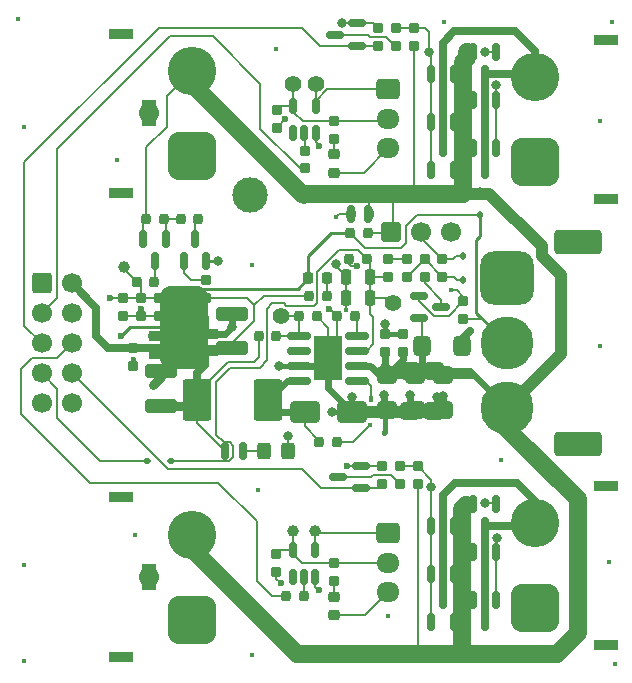
<source format=gbr>
%TF.GenerationSoftware,KiCad,Pcbnew,9.0.2*%
<<<<<<< HEAD
%TF.CreationDate,2025-06-18T19:59:33+02:00*%
=======
%TF.CreationDate,2025-06-17T18:04:30+02:00*%
>>>>>>> 2e23f7f8cb64151a60ec3d004f8241720292418e
%TF.ProjectId,Robobuoy-Sub-PSU-v2_1,526f626f-6275-46f7-992d-5375622d5053,2.0*%
%TF.SameCoordinates,Original*%
%TF.FileFunction,Copper,L1,Top*%
%TF.FilePolarity,Positive*%
%FSLAX46Y46*%
G04 Gerber Fmt 4.6, Leading zero omitted, Abs format (unit mm)*
<<<<<<< HEAD
G04 Created by KiCad (PCBNEW 9.0.2) date 2025-06-18 19:59:33*
=======
G04 Created by KiCad (PCBNEW 9.0.2) date 2025-06-17 18:04:30*
>>>>>>> 2e23f7f8cb64151a60ec3d004f8241720292418e
%MOMM*%
%LPD*%
G01*
G04 APERTURE LIST*
G04 Aperture macros list*
%AMRoundRect*
0 Rectangle with rounded corners*
0 $1 Rounding radius*
0 $2 $3 $4 $5 $6 $7 $8 $9 X,Y pos of 4 corners*
0 Add a 4 corners polygon primitive as box body*
4,1,4,$2,$3,$4,$5,$6,$7,$8,$9,$2,$3,0*
0 Add four circle primitives for the rounded corners*
1,1,$1+$1,$2,$3*
1,1,$1+$1,$4,$5*
1,1,$1+$1,$6,$7*
1,1,$1+$1,$8,$9*
0 Add four rect primitives between the rounded corners*
20,1,$1+$1,$2,$3,$4,$5,0*
20,1,$1+$1,$4,$5,$6,$7,0*
20,1,$1+$1,$6,$7,$8,$9,0*
20,1,$1+$1,$8,$9,$2,$3,0*%
G04 Aperture macros list end*
<<<<<<< HEAD
%TA.AperFunction,ComponentPad*%
%ADD10R,2.000000X0.900000*%
%TD*%
%TA.AperFunction,ComponentPad*%
%ADD11RoundRect,1.025000X1.025000X-1.025000X1.025000X1.025000X-1.025000X1.025000X-1.025000X-1.025000X0*%
%TD*%
%TA.AperFunction,ComponentPad*%
%ADD12C,4.100000*%
%TD*%
%TA.AperFunction,ComponentPad*%
%ADD13R,1.300000X2.300000*%
%TD*%
%TA.AperFunction,ComponentPad*%
%ADD14RoundRect,1.025000X-1.025000X1.025000X-1.025000X-1.025000X1.025000X-1.025000X1.025000X1.025000X0*%
%TD*%
%TA.AperFunction,SMDPad,CuDef*%
%ADD15RoundRect,0.200000X0.200000X0.250000X-0.200000X0.250000X-0.200000X-0.250000X0.200000X-0.250000X0*%
%TD*%
%TA.AperFunction,SMDPad,CuDef*%
%ADD16RoundRect,0.200000X-0.250000X0.200000X-0.250000X-0.200000X0.250000X-0.200000X0.250000X0.200000X0*%
%TD*%
%TA.AperFunction,ComponentPad*%
%ADD17RoundRect,0.250000X-0.600000X-0.600000X0.600000X-0.600000X0.600000X0.600000X-0.600000X0.600000X0*%
%TD*%
%TA.AperFunction,ComponentPad*%
%ADD18C,1.700000*%
%TD*%
%TA.AperFunction,SMDPad,CuDef*%
%ADD19RoundRect,0.218750X0.256250X-0.218750X0.256250X0.218750X-0.256250X0.218750X-0.256250X-0.218750X0*%
%TD*%
%TA.AperFunction,SMDPad,CuDef*%
%ADD20RoundRect,0.150000X-0.150000X0.587500X-0.150000X-0.587500X0.150000X-0.587500X0.150000X0.587500X0*%
%TD*%
%TA.AperFunction,SMDPad,CuDef*%
%ADD21RoundRect,0.200000X0.250000X-0.200000X0.250000X0.200000X-0.250000X0.200000X-0.250000X-0.200000X0*%
%TD*%
%TA.AperFunction,SMDPad,CuDef*%
%ADD22RoundRect,0.250000X0.650000X-0.325000X0.650000X0.325000X-0.650000X0.325000X-0.650000X-0.325000X0*%
%TD*%
%TA.AperFunction,SMDPad,CuDef*%
%ADD23RoundRect,0.250000X-1.000000X-0.650000X1.000000X-0.650000X1.000000X0.650000X-1.000000X0.650000X0*%
%TD*%
%TA.AperFunction,SMDPad,CuDef*%
%ADD24RoundRect,0.150000X0.150000X-0.512500X0.150000X0.512500X-0.150000X0.512500X-0.150000X-0.512500X0*%
%TD*%
%TA.AperFunction,SMDPad,CuDef*%
%ADD25RoundRect,0.200000X-0.200000X-0.250000X0.200000X-0.250000X0.200000X0.250000X-0.200000X0.250000X0*%
%TD*%
%TA.AperFunction,ComponentPad*%
%ADD26RoundRect,0.250000X-0.725000X0.600000X-0.725000X-0.600000X0.725000X-0.600000X0.725000X0.600000X0*%
%TD*%
%TA.AperFunction,ComponentPad*%
%ADD27O,1.950000X1.700000*%
%TD*%
%TA.AperFunction,SMDPad,CuDef*%
%ADD28RoundRect,0.250000X-0.325000X-0.650000X0.325000X-0.650000X0.325000X0.650000X-0.325000X0.650000X0*%
%TD*%
%TA.AperFunction,SMDPad,CuDef*%
%ADD29RoundRect,0.112500X-0.112500X0.187500X-0.112500X-0.187500X0.112500X-0.187500X0.112500X0.187500X0*%
%TD*%
%TA.AperFunction,SMDPad,CuDef*%
%ADD30RoundRect,0.150000X0.150000X-0.587500X0.150000X0.587500X-0.150000X0.587500X-0.150000X-0.587500X0*%
%TD*%
%TA.AperFunction,SMDPad,CuDef*%
%ADD31RoundRect,0.112500X0.187500X0.112500X-0.187500X0.112500X-0.187500X-0.112500X0.187500X-0.112500X0*%
=======
%TA.AperFunction,SMDPad,CuDef*%
%ADD10RoundRect,0.200000X0.200000X0.250000X-0.200000X0.250000X-0.200000X-0.250000X0.200000X-0.250000X0*%
%TD*%
%TA.AperFunction,SMDPad,CuDef*%
%ADD11RoundRect,0.200000X-0.250000X0.200000X-0.250000X-0.200000X0.250000X-0.200000X0.250000X0.200000X0*%
%TD*%
%TA.AperFunction,ComponentPad*%
%ADD12RoundRect,0.250000X-0.600000X-0.600000X0.600000X-0.600000X0.600000X0.600000X-0.600000X0.600000X0*%
%TD*%
%TA.AperFunction,ComponentPad*%
%ADD13C,1.700000*%
%TD*%
%TA.AperFunction,SMDPad,CuDef*%
%ADD14RoundRect,0.218750X0.256250X-0.218750X0.256250X0.218750X-0.256250X0.218750X-0.256250X-0.218750X0*%
%TD*%
%TA.AperFunction,SMDPad,CuDef*%
%ADD15RoundRect,0.150000X-0.150000X0.587500X-0.150000X-0.587500X0.150000X-0.587500X0.150000X0.587500X0*%
%TD*%
%TA.AperFunction,SMDPad,CuDef*%
%ADD16RoundRect,0.200000X0.250000X-0.200000X0.250000X0.200000X-0.250000X0.200000X-0.250000X-0.200000X0*%
%TD*%
%TA.AperFunction,SMDPad,CuDef*%
%ADD17RoundRect,0.375000X0.475000X-0.375000X0.475000X0.375000X-0.475000X0.375000X-0.475000X-0.375000X0*%
%TD*%
%TA.AperFunction,SMDPad,CuDef*%
%ADD18RoundRect,0.250000X-1.000000X-0.650000X1.000000X-0.650000X1.000000X0.650000X-1.000000X0.650000X0*%
%TD*%
%TA.AperFunction,SMDPad,CuDef*%
%ADD19RoundRect,0.150000X0.150000X-0.512500X0.150000X0.512500X-0.150000X0.512500X-0.150000X-0.512500X0*%
%TD*%
%TA.AperFunction,SMDPad,CuDef*%
%ADD20RoundRect,0.200000X-0.200000X-0.250000X0.200000X-0.250000X0.200000X0.250000X-0.200000X0.250000X0*%
%TD*%
%TA.AperFunction,ComponentPad*%
%ADD21R,2.000000X0.900000*%
%TD*%
%TA.AperFunction,ComponentPad*%
%ADD22RoundRect,1.025000X1.025000X-1.025000X1.025000X1.025000X-1.025000X1.025000X-1.025000X-1.025000X0*%
%TD*%
%TA.AperFunction,ComponentPad*%
%ADD23C,4.100000*%
%TD*%
%TA.AperFunction,ComponentPad*%
%ADD24R,1.300000X2.300000*%
%TD*%
%TA.AperFunction,ComponentPad*%
%ADD25RoundRect,0.250000X-0.725000X0.600000X-0.725000X-0.600000X0.725000X-0.600000X0.725000X0.600000X0*%
%TD*%
%TA.AperFunction,ComponentPad*%
%ADD26O,1.950000X1.700000*%
%TD*%
%TA.AperFunction,SMDPad,CuDef*%
%ADD27RoundRect,0.375000X-0.375000X-0.475000X0.375000X-0.475000X0.375000X0.475000X-0.375000X0.475000X0*%
%TD*%
%TA.AperFunction,SMDPad,CuDef*%
%ADD28RoundRect,0.112500X-0.112500X0.187500X-0.112500X-0.187500X0.112500X-0.187500X0.112500X0.187500X0*%
%TD*%
%TA.AperFunction,SMDPad,CuDef*%
%ADD29RoundRect,0.150000X0.150000X-0.587500X0.150000X0.587500X-0.150000X0.587500X-0.150000X-0.587500X0*%
%TD*%
%TA.AperFunction,SMDPad,CuDef*%
%ADD30RoundRect,0.112500X0.187500X0.112500X-0.187500X0.112500X-0.187500X-0.112500X0.187500X-0.112500X0*%
%TD*%
%TA.AperFunction,ComponentPad*%
%ADD31RoundRect,1.025000X-1.025000X1.025000X-1.025000X-1.025000X1.025000X-1.025000X1.025000X1.025000X0*%
>>>>>>> 2e23f7f8cb64151a60ec3d004f8241720292418e
%TD*%
%TA.AperFunction,SMDPad,CuDef*%
%ADD32C,1.400000*%
%TD*%
%TA.AperFunction,ComponentPad*%
%ADD33C,3.000000*%
%TD*%
%TA.AperFunction,ComponentPad*%
%ADD34RoundRect,0.250000X-1.750000X0.750000X-1.750000X-0.750000X1.750000X-0.750000X1.750000X0.750000X0*%
%TD*%
%TA.AperFunction,ComponentPad*%
%ADD35RoundRect,1.125000X-1.125000X1.125000X-1.125000X-1.125000X1.125000X-1.125000X1.125000X1.125000X0*%
%TD*%
%TA.AperFunction,ComponentPad*%
%ADD36C,4.500000*%
%TD*%
%TA.AperFunction,SMDPad,CuDef*%
%ADD37RoundRect,0.225000X0.225000X0.425000X-0.225000X0.425000X-0.225000X-0.425000X0.225000X-0.425000X0*%
%TD*%
%TA.AperFunction,SMDPad,CuDef*%
%ADD38RoundRect,0.230769X0.969231X1.519231X-0.969231X1.519231X-0.969231X-1.519231X0.969231X-1.519231X0*%
%TD*%
%TA.AperFunction,SMDPad,CuDef*%
<<<<<<< HEAD
%ADD39RoundRect,0.250000X-0.650000X0.325000X-0.650000X-0.325000X0.650000X-0.325000X0.650000X0.325000X0*%
=======
%ADD39RoundRect,0.375000X-0.475000X0.375000X-0.475000X-0.375000X0.475000X-0.375000X0.475000X0.375000X0*%
>>>>>>> 2e23f7f8cb64151a60ec3d004f8241720292418e
%TD*%
%TA.AperFunction,SMDPad,CuDef*%
%ADD40RoundRect,0.250000X1.100000X-0.325000X1.100000X0.325000X-1.100000X0.325000X-1.100000X-0.325000X0*%
%TD*%
%TA.AperFunction,SMDPad,CuDef*%
%ADD41RoundRect,0.150000X0.825000X0.150000X-0.825000X0.150000X-0.825000X-0.150000X0.825000X-0.150000X0*%
%TD*%
%TA.AperFunction,HeatsinkPad*%
%ADD42C,0.500000*%
%TD*%
%TA.AperFunction,HeatsinkPad*%
%ADD43R,2.410000X3.810000*%
%TD*%
%TA.AperFunction,SMDPad,CuDef*%
%ADD44RoundRect,0.150000X0.587500X0.150000X-0.587500X0.150000X-0.587500X-0.150000X0.587500X-0.150000X0*%
%TD*%
%TA.AperFunction,SMDPad,CuDef*%
%ADD45RoundRect,0.150000X-0.587500X-0.150000X0.587500X-0.150000X0.587500X0.150000X-0.587500X0.150000X0*%
%TD*%
%TA.AperFunction,ComponentPad*%
%ADD46RoundRect,0.206250X-0.618750X-0.618750X0.618750X-0.618750X0.618750X0.618750X-0.618750X0.618750X0*%
%TD*%
%TA.AperFunction,SMDPad,CuDef*%
%ADD47RoundRect,0.218750X-0.218750X-0.256250X0.218750X-0.256250X0.218750X0.256250X-0.218750X0.256250X0*%
%TD*%
%TA.AperFunction,SMDPad,CuDef*%
%ADD48C,1.000000*%
%TD*%
%TA.AperFunction,SMDPad,CuDef*%
%ADD49RoundRect,0.300000X0.300000X0.400000X-0.300000X0.400000X-0.300000X-0.400000X0.300000X-0.400000X0*%
%TD*%
%TA.AperFunction,ViaPad*%
%ADD50C,0.600000*%
%TD*%
%TA.AperFunction,ViaPad*%
%ADD51C,0.450000*%
%TD*%
%TA.AperFunction,ViaPad*%
%ADD52C,0.800000*%
%TD*%
%TA.AperFunction,Conductor*%
%ADD53C,0.200000*%
%TD*%
%TA.AperFunction,Conductor*%
%ADD54C,0.600000*%
%TD*%
%TA.AperFunction,Conductor*%
%ADD55C,0.400000*%
%TD*%
%TA.AperFunction,Conductor*%
%ADD56C,0.800000*%
%TD*%
%TA.AperFunction,Conductor*%
%ADD57C,0.250000*%
%TD*%
%TA.AperFunction,Conductor*%
<<<<<<< HEAD
%ADD58C,0.700000*%
%TD*%
%TA.AperFunction,Conductor*%
%ADD59C,1.000000*%
=======
%ADD58C,1.000000*%
%TD*%
%TA.AperFunction,Conductor*%
%ADD59C,0.700000*%
>>>>>>> 2e23f7f8cb64151a60ec3d004f8241720292418e
%TD*%
%TA.AperFunction,Conductor*%
%ADD60C,1.500000*%
%TD*%
%TA.AperFunction,Conductor*%
%ADD61C,0.127000*%
%TD*%
G04 APERTURE END LIST*
D10*
<<<<<<< HEAD
%TO.P,J104,*%
%TO.N,*%
X-17401500Y-26562000D03*
X-17401500Y-13062000D03*
D11*
%TO.P,J104,1,Pin_1*%
%TO.N,GND*%
X-11401500Y-23412000D03*
D12*
%TO.P,J104,2,Pin_2*%
%TO.N,Vbatt*%
X-11401500Y-16212000D03*
D13*
%TO.P,J104,3*%
%TO.N,N/C*%
X-15051500Y-19812000D03*
%TD*%
D10*
%TO.P,J107,*%
%TO.N,*%
X-17401500Y12700000D03*
X-17401500Y26200000D03*
D11*
%TO.P,J107,1,Pin_1*%
%TO.N,GND*%
X-11401500Y15850000D03*
D12*
%TO.P,J107,2,Pin_2*%
%TO.N,Vbatt*%
X-11401500Y23050000D03*
D13*
%TO.P,J107,3*%
%TO.N,N/C*%
X-15051500Y19450000D03*
%TD*%
D10*
%TO.P,J105,*%
%TO.N,*%
X23607000Y-12090000D03*
X23607000Y-25590000D03*
D14*
%TO.P,J105,1,Pin_1*%
%TO.N,GND*%
X17607000Y-22440000D03*
D12*
%TO.P,J105,2,Pin_2*%
%TO.N,Net-(J105-Pin_2)*%
X17607000Y-15240000D03*
%TD*%
D15*
=======
>>>>>>> 2e23f7f8cb64151a60ec3d004f8241720292418e
%TO.P,R123,1*%
%TO.N,Net-(D108-A)*%
X-7124000Y-9144000D03*
%TO.P,R123,2*%
%TO.N,+5V*%
X-8624000Y-9144000D03*
%TD*%
<<<<<<< HEAD
D16*
=======
D11*
>>>>>>> 2e23f7f8cb64151a60ec3d004f8241720292418e
%TO.P,R102,1*%
%TO.N,Net-(D101-K)*%
X9779000Y7100000D03*
%TO.P,R102,2*%
%TO.N,Net-(D101-A)*%
X9779000Y5600000D03*
%TD*%
<<<<<<< HEAD
D17*
%TO.P,J108,1,Pin_1*%
%TO.N,GND*%
X-24130000Y5080000D03*
D18*
=======
D12*
%TO.P,J108,1,Pin_1*%
%TO.N,GND*%
X-24130000Y5080000D03*
D13*
>>>>>>> 2e23f7f8cb64151a60ec3d004f8241720292418e
%TO.P,J108,2,Pin_2*%
%TO.N,+5V*%
X-21590000Y5080000D03*
%TO.P,J108,3,Pin_3*%
%TO.N,ESC_BB*%
X-24130000Y2540000D03*
%TO.P,J108,4,Pin_4*%
%TO.N,VSAMP*%
X-21590000Y2540000D03*
%TO.P,J108,5,Pin_5*%
%TO.N,ESC_BB_PWR*%
X-24130000Y0D03*
%TO.P,J108,6,Pin_6*%
%TO.N,ESC_SB*%
X-21590000Y0D03*
%TO.P,J108,7,Pin_7*%
%TO.N,ON*%
X-24130000Y-2540000D03*
%TO.P,J108,8,Pin_8*%
%TO.N,ESC_SB_PWR*%
X-21590000Y-2540000D03*
%TO.P,J108,9,Pin_9*%
%TO.N,COMM*%
X-24130000Y-5080000D03*
%TO.P,J108,10,Pin_10*%
%TO.N,GND*%
X-21590000Y-5080000D03*
%TD*%
<<<<<<< HEAD
D16*
=======
D11*
>>>>>>> 2e23f7f8cb64151a60ec3d004f8241720292418e
%TO.P,C108,1*%
%TO.N,Net-(J102-Pin_2)*%
X-4267200Y-17900000D03*
%TO.P,C108,2*%
%TO.N,GND*%
X-4267200Y-19400000D03*
%TD*%
<<<<<<< HEAD
D19*
=======
D14*
>>>>>>> 2e23f7f8cb64151a60ec3d004f8241720292418e
%TO.P,D105,1,K*%
%TO.N,GND*%
X584200Y-23037900D03*
%TO.P,D105,2,A*%
%TO.N,Net-(D105-A)*%
X584200Y-21462900D03*
%TD*%
<<<<<<< HEAD
D15*
=======
D10*
>>>>>>> 2e23f7f8cb64151a60ec3d004f8241720292418e
%TO.P,R124,1*%
%TO.N,Net-(U101-RT{slash}SYNC)*%
X2401000Y2286000D03*
%TO.P,R124,2*%
%TO.N,GND*%
X901000Y2286000D03*
%TD*%
<<<<<<< HEAD
D20*
=======
D15*
>>>>>>> 2e23f7f8cb64151a60ec3d004f8241720292418e
%TO.P,Q115,1,G*%
%TO.N,Net-(Q105-G)*%
X14310400Y-21719300D03*
%TO.P,Q115,2,S*%
%TO.N,Vbatt*%
X12410400Y-21719300D03*
%TO.P,Q115,3,D*%
%TO.N,Net-(J105-Pin_2)*%
X13360400Y-23594300D03*
%TD*%
<<<<<<< HEAD
D21*
=======
D16*
>>>>>>> 2e23f7f8cb64151a60ec3d004f8241720292418e
%TO.P,R118,1*%
%TO.N,ESC_BB_PWR*%
X4318000Y25158000D03*
%TO.P,R118,2*%
%TO.N,GND*%
X4318000Y26658000D03*
%TD*%
<<<<<<< HEAD
D22*
%TO.P,C113,1*%
%TO.N,+5V*%
X-12065000Y-179600D03*
%TO.P,C113,2*%
%TO.N,GND*%
X-12065000Y2770400D03*
%TD*%
D23*
=======
D17*
%TO.P,C113,1*%
%TO.N,+5V*%
X-12065000Y-455400D03*
%TO.P,C113,2*%
%TO.N,GND*%
X-12065000Y2944600D03*
%TD*%
D18*
>>>>>>> 2e23f7f8cb64151a60ec3d004f8241720292418e
%TO.P,D107,1,K*%
%TO.N,Net-(D107-K)*%
X-1873000Y-5842000D03*
%TO.P,D107,2,A*%
%TO.N,GND*%
X2127000Y-5842000D03*
%TD*%
<<<<<<< HEAD
D24*
=======
D19*
>>>>>>> 2e23f7f8cb64151a60ec3d004f8241720292418e
%TO.P,U102,1,NC*%
%TO.N,unconnected-(U102-NC-Pad1)*%
X-2855000Y-19787500D03*
%TO.P,U102,2,A*%
%TO.N,Net-(U102-A)*%
X-1905000Y-19787500D03*
%TO.P,U102,3,GND*%
%TO.N,GND*%
X-955000Y-19787500D03*
%TO.P,U102,4,Y*%
%TO.N,Net-(J102-Pin_1)*%
X-955000Y-17512500D03*
%TO.P,U102,5,VCC*%
%TO.N,Net-(J102-Pin_2)*%
X-2855000Y-17512500D03*
%TD*%
<<<<<<< HEAD
D21*
=======
D16*
>>>>>>> 2e23f7f8cb64151a60ec3d004f8241720292418e
%TO.P,R119,1*%
%TO.N,Net-(Q103-D)*%
X6169900Y-11890400D03*
%TO.P,R119,2*%
%TO.N,Net-(Q105-G)*%
X6169900Y-10390400D03*
%TD*%
<<<<<<< HEAD
D25*
=======
D20*
>>>>>>> 2e23f7f8cb64151a60ec3d004f8241720292418e
%TO.P,R115,1*%
%TO.N,+5V*%
X-5753800Y635000D03*
%TO.P,R115,2*%
%TO.N,Net-(U101-FB)*%
X-4253800Y635000D03*
%TD*%
<<<<<<< HEAD
D15*
=======
D21*
%TO.P,J104,*%
%TO.N,*%
X-17401500Y-26562000D03*
X-17401500Y-13062000D03*
D22*
%TO.P,J104,1,Pin_1*%
%TO.N,GND*%
X-11401500Y-23412000D03*
D23*
%TO.P,J104,2,Pin_2*%
%TO.N,Vbatt*%
X-11401500Y-16212000D03*
D24*
%TO.P,J104,3*%
%TO.N,N/C*%
X-15051500Y-19812000D03*
%TD*%
D10*
>>>>>>> 2e23f7f8cb64151a60ec3d004f8241720292418e
%TO.P,R112,1*%
%TO.N,Net-(U102-A)*%
X-1917000Y-21444000D03*
%TO.P,R112,2*%
%TO.N,ESC_SB*%
X-3417000Y-21444000D03*
%TD*%
<<<<<<< HEAD
D26*
%TO.P,J103,1,Pin_1*%
%TO.N,Net-(J103-Pin_1)*%
X5224000Y21482000D03*
D27*
=======
D25*
%TO.P,J103,1,Pin_1*%
%TO.N,Net-(J103-Pin_1)*%
X5224000Y21482000D03*
D26*
>>>>>>> 2e23f7f8cb64151a60ec3d004f8241720292418e
%TO.P,J103,2,Pin_2*%
%TO.N,Net-(J103-Pin_2)*%
X5224000Y18982000D03*
%TO.P,J103,3,Pin_3*%
%TO.N,GND*%
X5224000Y16482000D03*
%TD*%
<<<<<<< HEAD
D28*
%TO.P,C107,1*%
%TO.N,Vbatt*%
X8304000Y-254000D03*
%TO.P,C107,2*%
%TO.N,GND*%
X11254000Y-254000D03*
%TD*%
D16*
=======
D27*
%TO.P,C107,1*%
%TO.N,Vbatt*%
X8079000Y-254000D03*
%TO.P,C107,2*%
%TO.N,GND*%
X11479000Y-254000D03*
%TD*%
D11*
>>>>>>> 2e23f7f8cb64151a60ec3d004f8241720292418e
%TO.P,R110,1*%
%TO.N,VSAMP*%
X-15697200Y3823400D03*
%TO.P,R110,2*%
%TO.N,GND*%
X-15697200Y2323400D03*
%TD*%
<<<<<<< HEAD
D25*
=======
D20*
>>>>>>> 2e23f7f8cb64151a60ec3d004f8241720292418e
%TO.P,C114,1*%
%TO.N,Net-(D107-K)*%
X-623000Y-8382000D03*
%TO.P,C114,2*%
%TO.N,Net-(U101-BOOT)*%
X877000Y-8382000D03*
%TD*%
<<<<<<< HEAD
D29*
=======
D28*
>>>>>>> 2e23f7f8cb64151a60ec3d004f8241720292418e
%TO.P,D109,1,K*%
%TO.N,Vbatt*%
X12954000Y12911800D03*
%TO.P,D109,2,A*%
%TO.N,COMM*%
X12954000Y10811800D03*
%TD*%
<<<<<<< HEAD
D30*
=======
D29*
>>>>>>> 2e23f7f8cb64151a60ec3d004f8241720292418e
%TO.P,Q114,1,G*%
%TO.N,Net-(Q106-G)*%
X8854400Y22786100D03*
%TO.P,Q114,2,S*%
%TO.N,Vbatt*%
X10754400Y22786100D03*
%TO.P,Q114,3,D*%
%TO.N,Net-(J106-Pin_2)*%
X9804400Y24661100D03*
%TD*%
<<<<<<< HEAD
D25*
=======
D20*
>>>>>>> 2e23f7f8cb64151a60ec3d004f8241720292418e
%TO.P,R116,1*%
%TO.N,Net-(U101-FB)*%
X-2350200Y2286000D03*
%TO.P,R116,2*%
%TO.N,GND*%
X-850200Y2286000D03*
%TD*%
<<<<<<< HEAD
D16*
=======
D11*
>>>>>>> 2e23f7f8cb64151a60ec3d004f8241720292418e
%TO.P,R111,1*%
%TO.N,Net-(U103-A)*%
X-1879600Y16294800D03*
%TO.P,R111,2*%
%TO.N,ESC_BB*%
X-1879600Y14794800D03*
%TD*%
%TO.P,C106,1*%
%TO.N,VSAMP*%
X-17221200Y3823400D03*
%TO.P,C106,2*%
%TO.N,GND*%
X-17221200Y2323400D03*
%TD*%
<<<<<<< HEAD
D21*
=======
D16*
>>>>>>> 2e23f7f8cb64151a60ec3d004f8241720292418e
%TO.P,C102,1*%
%TO.N,Vbatt*%
X6477000Y-750000D03*
%TO.P,C102,2*%
%TO.N,GND*%
X6477000Y750000D03*
%TD*%
<<<<<<< HEAD
D31*
=======
D30*
>>>>>>> 2e23f7f8cb64151a60ec3d004f8241720292418e
%TO.P,D104,1,K*%
%TO.N,Net-(D104-K)*%
X-13148600Y-9956800D03*
%TO.P,D104,2,A*%
%TO.N,ON*%
X-15248600Y-9956800D03*
%TD*%
<<<<<<< HEAD
D30*
=======
D29*
>>>>>>> 2e23f7f8cb64151a60ec3d004f8241720292418e
%TO.P,Q108,1,G*%
%TO.N,Net-(Q106-G)*%
X8854400Y14658100D03*
%TO.P,Q108,2,S*%
%TO.N,Vbatt*%
X10754400Y14658100D03*
%TO.P,Q108,3,D*%
%TO.N,Net-(J106-Pin_2)*%
X9804400Y16533100D03*
%TD*%
<<<<<<< HEAD
D21*
=======
D16*
>>>>>>> 2e23f7f8cb64151a60ec3d004f8241720292418e
%TO.P,R121,1*%
%TO.N,Vbatt*%
X7693900Y-11890400D03*
%TO.P,R121,2*%
%TO.N,Net-(Q105-G)*%
X7693900Y-10390400D03*
%TD*%
<<<<<<< HEAD
D10*
=======
D21*
>>>>>>> 2e23f7f8cb64151a60ec3d004f8241720292418e
%TO.P,J106,*%
%TO.N,*%
X23607000Y25692000D03*
X23607000Y12192000D03*
<<<<<<< HEAD
D14*
%TO.P,J106,1,Pin_1*%
%TO.N,GND*%
X17607000Y15342000D03*
D12*
=======
D31*
%TO.P,J106,1,Pin_1*%
%TO.N,GND*%
X17607000Y15342000D03*
D23*
>>>>>>> 2e23f7f8cb64151a60ec3d004f8241720292418e
%TO.P,J106,2,Pin_2*%
%TO.N,Net-(J106-Pin_2)*%
X17607000Y22542000D03*
%TD*%
<<<<<<< HEAD
D21*
=======
D16*
>>>>>>> 2e23f7f8cb64151a60ec3d004f8241720292418e
%TO.P,C103,1*%
%TO.N,Vbatt*%
X4953000Y-750000D03*
%TO.P,C103,2*%
%TO.N,GND*%
X4953000Y750000D03*
%TD*%
D32*
%TO.P,TP102,1,1*%
%TO.N,Net-(D104-K)*%
X5638800Y3403600D03*
%TD*%
%TO.P,TP105,1,1*%
%TO.N,Net-(J103-Pin_1)*%
X-889000Y21894800D03*
%TD*%
<<<<<<< HEAD
D24*
=======
D19*
>>>>>>> 2e23f7f8cb64151a60ec3d004f8241720292418e
%TO.P,U103,1,NC*%
%TO.N,unconnected-(U103-NC-Pad1)*%
X-2838000Y17804500D03*
%TO.P,U103,2,A*%
%TO.N,Net-(U103-A)*%
X-1888000Y17804500D03*
%TO.P,U103,3,GND*%
%TO.N,GND*%
X-938000Y17804500D03*
%TO.P,U103,4,Y*%
%TO.N,Net-(J103-Pin_1)*%
X-938000Y20079500D03*
%TO.P,U103,5,VCC*%
%TO.N,Net-(J103-Pin_2)*%
X-2838000Y20079500D03*
%TD*%
D33*
%TO.P,TP101,1,1*%
%TO.N,GND*%
X-6502400Y12496800D03*
%TD*%
<<<<<<< HEAD
D30*
=======
D29*
>>>>>>> 2e23f7f8cb64151a60ec3d004f8241720292418e
%TO.P,Q101,1,G*%
%TO.N,Net-(Q101-G)*%
X-12114700Y6936500D03*
%TO.P,Q101,2,S*%
%TO.N,GND*%
X-10214700Y6936500D03*
%TO.P,Q101,3,D*%
%TO.N,Net-(Q101-D)*%
X-11164700Y8811500D03*
%TD*%
<<<<<<< HEAD
D15*
=======
D10*
>>>>>>> 2e23f7f8cb64151a60ec3d004f8241720292418e
%TO.P,R109,1*%
%TO.N,Net-(Q102-D)*%
X-14591600Y5207000D03*
%TO.P,R109,2*%
%TO.N,VSAMP*%
X-16091600Y5207000D03*
%TD*%
<<<<<<< HEAD
D20*
=======
D15*
>>>>>>> 2e23f7f8cb64151a60ec3d004f8241720292418e
%TO.P,Q111,1,G*%
%TO.N,Net-(Q105-G)*%
X14310400Y-13591300D03*
%TO.P,Q111,2,S*%
%TO.N,Vbatt*%
X12410400Y-13591300D03*
%TO.P,Q111,3,D*%
%TO.N,Net-(J105-Pin_2)*%
X13360400Y-15466300D03*
%TD*%
<<<<<<< HEAD
D15*
=======
D10*
>>>>>>> 2e23f7f8cb64151a60ec3d004f8241720292418e
%TO.P,R107,1*%
%TO.N,Net-(D104-K)*%
X3417000Y7112000D03*
%TO.P,R107,2*%
%TO.N,GND*%
X1917000Y7112000D03*
%TD*%
D34*
%TO.P,J101,*%
%TO.N,*%
X21240000Y8550000D03*
X21240000Y-8550000D03*
D35*
%TO.P,J101,1,Pin_1*%
%TO.N,GND*%
X15240000Y5500000D03*
D36*
%TO.P,J101,2,Pin_2*%
%TO.N,COMM*%
X15240000Y0D03*
%TO.P,J101,3,Pin_3*%
%TO.N,Vbatt*%
X15240000Y-5500000D03*
%TD*%
<<<<<<< HEAD
D15*
%TO.P,R127,1*%
%TO.N,Vbatt*%
X3518600Y10922000D03*
%TO.P,R127,2*%
%TO.N,Net-(Q119-G)*%
X2018600Y10922000D03*
%TD*%
=======
>>>>>>> 2e23f7f8cb64151a60ec3d004f8241720292418e
D37*
%TO.P,C104,1*%
%TO.N,Net-(D104-K)*%
X3667000Y5588000D03*
%TO.P,C104,2*%
%TO.N,GND*%
X1667000Y5588000D03*
%TD*%
<<<<<<< HEAD
D19*
=======
D14*
>>>>>>> 2e23f7f8cb64151a60ec3d004f8241720292418e
%TO.P,D106,1,K*%
%TO.N,GND*%
X584200Y14427100D03*
%TO.P,D106,2,A*%
%TO.N,Net-(D106-A)*%
X584200Y16002100D03*
%TD*%
D38*
%TO.P,L101,1*%
%TO.N,Net-(D107-K)*%
X-5001000Y-4826000D03*
%TO.P,L101,2*%
%TO.N,+5V*%
X-11001000Y-4826000D03*
%TD*%
D39*
%TO.P,C110,1*%
%TO.N,Vbatt*%
<<<<<<< HEAD
X9855200Y-2707051D03*
%TO.P,C110,2*%
%TO.N,GND*%
X9855200Y-5657051D03*
=======
X9118600Y-2364000D03*
%TO.P,C110,2*%
%TO.N,GND*%
X9118600Y-5764000D03*
>>>>>>> 2e23f7f8cb64151a60ec3d004f8241720292418e
%TD*%
D32*
%TO.P,TP106,1,1*%
%TO.N,Net-(U101-FB)*%
X-3911600Y2260600D03*
%TD*%
<<<<<<< HEAD
=======
D21*
%TO.P,J105,*%
%TO.N,*%
X23607000Y-12090000D03*
X23607000Y-25590000D03*
D31*
%TO.P,J105,1,Pin_1*%
%TO.N,GND*%
X17607000Y-22440000D03*
D23*
%TO.P,J105,2,Pin_2*%
%TO.N,Net-(J105-Pin_2)*%
X17607000Y-15240000D03*
%TD*%
>>>>>>> 2e23f7f8cb64151a60ec3d004f8241720292418e
D40*
%TO.P,C111,1*%
%TO.N,+5V*%
X-8001000Y-459000D03*
%TO.P,C111,2*%
%TO.N,GND*%
X-8001000Y2491000D03*
%TD*%
<<<<<<< HEAD
D20*
=======
D15*
>>>>>>> 2e23f7f8cb64151a60ec3d004f8241720292418e
%TO.P,Q113,1,G*%
%TO.N,Net-(Q105-G)*%
X14310400Y-17655300D03*
%TO.P,Q113,2,S*%
%TO.N,Vbatt*%
X12410400Y-17655300D03*
%TO.P,Q113,3,D*%
%TO.N,Net-(J105-Pin_2)*%
X13360400Y-19530300D03*
%TD*%
<<<<<<< HEAD
D30*
=======
D21*
%TO.P,J107,*%
%TO.N,*%
X-17401500Y12700000D03*
X-17401500Y26200000D03*
D22*
%TO.P,J107,1,Pin_1*%
%TO.N,GND*%
X-11401500Y15850000D03*
D23*
%TO.P,J107,2,Pin_2*%
%TO.N,Vbatt*%
X-11401500Y23050000D03*
D24*
%TO.P,J107,3*%
%TO.N,N/C*%
X-15051500Y19450000D03*
%TD*%
D29*
>>>>>>> 2e23f7f8cb64151a60ec3d004f8241720292418e
%TO.P,Q105,1,G*%
%TO.N,Net-(Q105-G)*%
X8854400Y-19530300D03*
%TO.P,Q105,2,S*%
%TO.N,Vbatt*%
X10754400Y-19530300D03*
%TO.P,Q105,3,D*%
%TO.N,Net-(J105-Pin_2)*%
X9804400Y-17655300D03*
%TD*%
D41*
%TO.P,U101,1,BOOT*%
%TO.N,Net-(U101-BOOT)*%
X2602000Y-3175000D03*
%TO.P,U101,2,Vin*%
%TO.N,Vbatt*%
X2602000Y-1905000D03*
%TO.P,U101,3,EN*%
%TO.N,Net-(D104-K)*%
X2602000Y-635000D03*
%TO.P,U101,4,RT/SYNC*%
%TO.N,Net-(U101-RT{slash}SYNC)*%
X2602000Y635000D03*
%TO.P,U101,5,FB*%
%TO.N,Net-(U101-FB)*%
X-2348000Y635000D03*
%TO.P,U101,6,PGOOD*%
%TO.N,unconnected-(U101-PGOOD-Pad6)*%
X-2348000Y-635000D03*
%TO.P,U101,7,GND*%
%TO.N,GND*%
X-2348000Y-1905000D03*
%TO.P,U101,8,SW*%
%TO.N,Net-(D107-K)*%
X-2348000Y-3175000D03*
D42*
%TO.P,U101,9,Thermal_Pad*%
%TO.N,GND*%
X827000Y-2670000D03*
X827000Y-1270000D03*
X827000Y130000D03*
D43*
X127000Y-1270000D03*
D42*
X-573000Y-2670000D03*
X-573000Y-1270000D03*
X-573000Y130000D03*
%TD*%
D44*
%TO.P,Q103,1,G*%
%TO.N,ESC_SB_PWR*%
X2867900Y-12278400D03*
%TO.P,Q103,2,S*%
%TO.N,GND*%
X2867900Y-10378400D03*
%TO.P,Q103,3,D*%
%TO.N,Net-(Q103-D)*%
X992900Y-11328400D03*
%TD*%
<<<<<<< HEAD
D26*
%TO.P,J102,1,Pin_1*%
%TO.N,Net-(J102-Pin_1)*%
X5207000Y-16110000D03*
D27*
=======
D25*
%TO.P,J102,1,Pin_1*%
%TO.N,Net-(J102-Pin_1)*%
X5207000Y-16110000D03*
D26*
>>>>>>> 2e23f7f8cb64151a60ec3d004f8241720292418e
%TO.P,J102,2,Pin_2*%
%TO.N,Net-(J102-Pin_2)*%
X5207000Y-18610000D03*
%TO.P,J102,3,Pin_3*%
%TO.N,GND*%
X5207000Y-21110000D03*
%TD*%
<<<<<<< HEAD
D21*
%TO.P,C112,1*%
%TO.N,+5V*%
X-14046200Y-927800D03*
%TO.P,C112,2*%
%TO.N,GND*%
X-14046200Y572200D03*
=======
D16*
%TO.P,C112,1*%
%TO.N,+5V*%
X-13868400Y-927800D03*
%TO.P,C112,2*%
%TO.N,GND*%
X-13868400Y572200D03*
>>>>>>> 2e23f7f8cb64151a60ec3d004f8241720292418e
%TD*%
D32*
%TO.P,TP109,1,1*%
%TO.N,Vbatt*%
X-1955800Y12446000D03*
%TD*%
<<<<<<< HEAD
D21*
=======
D16*
>>>>>>> 2e23f7f8cb64151a60ec3d004f8241720292418e
%TO.P,R132,1*%
%TO.N,COMM*%
X11557000Y2044000D03*
%TO.P,R132,2*%
%TO.N,Net-(Q119-G)*%
X11557000Y3544000D03*
%TD*%
<<<<<<< HEAD
D30*
=======
D29*
>>>>>>> 2e23f7f8cb64151a60ec3d004f8241720292418e
%TO.P,Q112,1,G*%
%TO.N,Net-(Q106-G)*%
X8854400Y18722100D03*
%TO.P,Q112,2,S*%
%TO.N,Vbatt*%
X10754400Y18722100D03*
%TO.P,Q112,3,D*%
%TO.N,Net-(J106-Pin_2)*%
X9804400Y20597100D03*
%TD*%
<<<<<<< HEAD
D21*
%TO.P,C119,1*%
%TO.N,+5V*%
X-10261600Y-699200D03*
%TO.P,C119,2*%
%TO.N,GND*%
X-10261600Y800800D03*
%TD*%
D29*
=======
D16*
%TO.P,C119,1*%
%TO.N,+5V*%
X-10312400Y-699200D03*
%TO.P,C119,2*%
%TO.N,GND*%
X-10312400Y800800D03*
%TD*%
D28*
>>>>>>> 2e23f7f8cb64151a60ec3d004f8241720292418e
%TO.P,D101,1,K*%
%TO.N,Net-(D101-K)*%
X11557000Y7400000D03*
%TO.P,D101,2,A*%
%TO.N,Net-(D101-A)*%
X11557000Y5300000D03*
%TD*%
<<<<<<< HEAD
D16*
=======
D11*
>>>>>>> 2e23f7f8cb64151a60ec3d004f8241720292418e
%TO.P,C109,1*%
%TO.N,Net-(J103-Pin_2)*%
X-4241800Y19692000D03*
%TO.P,C109,2*%
%TO.N,GND*%
X-4241800Y18192000D03*
%TD*%
D45*
%TO.P,Q119,1,G*%
%TO.N,Net-(Q119-G)*%
X7825500Y3998000D03*
%TO.P,Q119,2,S*%
%TO.N,Vbatt*%
X7825500Y2098000D03*
%TO.P,Q119,3,D*%
%TO.N,Net-(Q119-D)*%
X9700500Y3048000D03*
%TD*%
<<<<<<< HEAD
D16*
=======
D11*
>>>>>>> 2e23f7f8cb64151a60ec3d004f8241720292418e
%TO.P,C116,1*%
%TO.N,+5V*%
X-16383000Y-455800D03*
%TO.P,C116,2*%
%TO.N,GND*%
X-16383000Y-1955800D03*
%TD*%
D32*
%TO.P,TP108,1,1*%
%TO.N,Net-(J103-Pin_2)*%
X-2844800Y21894800D03*
%TD*%
<<<<<<< HEAD
D15*
=======
D10*
>>>>>>> 2e23f7f8cb64151a60ec3d004f8241720292418e
%TO.P,R103,1*%
%TO.N,Net-(D103-A)*%
X-12000Y3962400D03*
%TO.P,R103,2*%
%TO.N,+5V*%
X-1512000Y3962400D03*
%TD*%
D46*
%TO.P,SW101,1*%
%TO.N,Vbatt*%
X5461000Y9398000D03*
<<<<<<< HEAD
D18*
=======
D13*
>>>>>>> 2e23f7f8cb64151a60ec3d004f8241720292418e
%TO.P,SW101,2*%
%TO.N,Net-(D101-K)*%
X8001000Y9398000D03*
%TO.P,SW101,3*%
%TO.N,GND*%
X10541000Y9398000D03*
%TD*%
<<<<<<< HEAD
D21*
=======
D16*
>>>>>>> 2e23f7f8cb64151a60ec3d004f8241720292418e
%TO.P,R114,1*%
%TO.N,Net-(D106-A)*%
X609600Y17309400D03*
%TO.P,R114,2*%
%TO.N,Net-(J103-Pin_2)*%
X609600Y18809400D03*
%TD*%
D47*
%TO.P,D103,1,K*%
%TO.N,COMM*%
X-1549500Y5486400D03*
%TO.P,D103,2,A*%
%TO.N,Net-(D103-A)*%
X25500Y5486400D03*
%TD*%
<<<<<<< HEAD
D21*
=======
D16*
>>>>>>> 2e23f7f8cb64151a60ec3d004f8241720292418e
%TO.P,R113,1*%
%TO.N,Net-(D105-A)*%
X584200Y-20155600D03*
%TO.P,R113,2*%
%TO.N,Net-(J102-Pin_2)*%
X584200Y-18655600D03*
%TD*%
<<<<<<< HEAD
D20*
=======
D10*
%TO.P,R125,1*%
%TO.N,Vbatt*%
X3544000Y10922000D03*
%TO.P,R125,2*%
%TO.N,Net-(Q119-G)*%
X2044000Y10922000D03*
%TD*%
D15*
>>>>>>> 2e23f7f8cb64151a60ec3d004f8241720292418e
%TO.P,Q110,1,G*%
%TO.N,Net-(Q106-G)*%
X14310400Y16533100D03*
%TO.P,Q110,2,S*%
%TO.N,Vbatt*%
X12410400Y16533100D03*
%TO.P,Q110,3,D*%
%TO.N,Net-(J106-Pin_2)*%
X13360400Y14658100D03*
%TD*%
<<<<<<< HEAD
D21*
=======
D16*
>>>>>>> 2e23f7f8cb64151a60ec3d004f8241720292418e
%TO.P,R105,1*%
%TO.N,Net-(D101-A)*%
X6756400Y5600000D03*
%TO.P,R105,2*%
%TO.N,Net-(R105-Pad2)*%
X6756400Y7100000D03*
%TD*%
D48*
%TO.P,TP107,1,1*%
%TO.N,Net-(J102-Pin_2)*%
X-2844800Y-15900400D03*
%TD*%
D40*
%TO.P,C117,1*%
%TO.N,+5V*%
X-14046200Y-5310400D03*
%TO.P,C117,2*%
%TO.N,GND*%
X-14046200Y-2360400D03*
%TD*%
<<<<<<< HEAD
D15*
=======
D10*
>>>>>>> 2e23f7f8cb64151a60ec3d004f8241720292418e
%TO.P,R129,1*%
%TO.N,Vbatt*%
X3493200Y9321800D03*
%TO.P,R129,2*%
%TO.N,COMM*%
X1993200Y9321800D03*
%TD*%
<<<<<<< HEAD
D16*
=======
D11*
>>>>>>> 2e23f7f8cb64151a60ec3d004f8241720292418e
%TO.P,R126,1*%
%TO.N,Net-(D101-A)*%
X8280400Y7125400D03*
%TO.P,R126,2*%
%TO.N,Net-(Q119-D)*%
X8280400Y5625400D03*
%TD*%
%TO.P,R108,1*%
%TO.N,VSAMP*%
X-14173200Y3823400D03*
%TO.P,R108,2*%
%TO.N,GND*%
X-14173200Y2323400D03*
%TD*%
<<<<<<< HEAD
D21*
=======
D16*
>>>>>>> 2e23f7f8cb64151a60ec3d004f8241720292418e
%TO.P,R120,1*%
%TO.N,Net-(Q104-D)*%
X5842000Y25158000D03*
%TO.P,R120,2*%
%TO.N,Net-(Q106-G)*%
X5842000Y26658000D03*
%TD*%
<<<<<<< HEAD
D16*
=======
D11*
>>>>>>> 2e23f7f8cb64151a60ec3d004f8241720292418e
%TO.P,R101,1*%
%TO.N,Net-(Q101-G)*%
X-10261600Y5322000D03*
%TO.P,R101,2*%
%TO.N,+5V*%
X-10261600Y3822000D03*
%TD*%
<<<<<<< HEAD
D21*
=======
D16*
>>>>>>> 2e23f7f8cb64151a60ec3d004f8241720292418e
%TO.P,R122,1*%
%TO.N,Vbatt*%
X7366000Y25158000D03*
%TO.P,R122,2*%
%TO.N,Net-(Q106-G)*%
X7366000Y26658000D03*
%TD*%
<<<<<<< HEAD
D30*
=======
D29*
>>>>>>> 2e23f7f8cb64151a60ec3d004f8241720292418e
%TO.P,Q107,1,G*%
%TO.N,Net-(Q105-G)*%
X8854400Y-15466300D03*
%TO.P,Q107,2,S*%
%TO.N,Vbatt*%
X10754400Y-15466300D03*
%TO.P,Q107,3,D*%
%TO.N,Net-(J105-Pin_2)*%
X9804400Y-13591300D03*
%TD*%
D39*
%TO.P,C101,1*%
%TO.N,Vbatt*%
<<<<<<< HEAD
X7467600Y-2716000D03*
%TO.P,C101,2*%
%TO.N,GND*%
X7467600Y-5666000D03*
=======
X7017055Y-2364000D03*
%TO.P,C101,2*%
%TO.N,GND*%
X7017055Y-5764000D03*
>>>>>>> 2e23f7f8cb64151a60ec3d004f8241720292418e
%TD*%
D49*
%TO.P,D108,1,K*%
%TO.N,GND*%
X-3318000Y-9144000D03*
%TO.P,D108,2,A*%
%TO.N,Net-(D108-A)*%
X-5318000Y-9144000D03*
%TD*%
<<<<<<< HEAD
D20*
=======
D15*
>>>>>>> 2e23f7f8cb64151a60ec3d004f8241720292418e
%TO.P,Q102,1,G*%
%TO.N,Net-(Q102-G)*%
X-13629600Y8811500D03*
%TO.P,Q102,2,S*%
%TO.N,Vbatt*%
X-15529600Y8811500D03*
%TO.P,Q102,3,D*%
%TO.N,Net-(Q102-D)*%
X-14579600Y6936500D03*
%TD*%
<<<<<<< HEAD
D30*
=======
D29*
>>>>>>> 2e23f7f8cb64151a60ec3d004f8241720292418e
%TO.P,Q109,1,G*%
%TO.N,Net-(Q105-G)*%
X8854400Y-23594300D03*
%TO.P,Q109,2,S*%
%TO.N,Vbatt*%
X10754400Y-23594300D03*
%TO.P,Q109,3,D*%
%TO.N,Net-(J105-Pin_2)*%
X9804400Y-21719300D03*
%TD*%
D48*
%TO.P,TP103,1,1*%
%TO.N,VSAMP*%
X-17145000Y6451600D03*
%TD*%
D39*
%TO.P,C115,1*%
%TO.N,Vbatt*%
<<<<<<< HEAD
X5130801Y-2681651D03*
%TO.P,C115,2*%
%TO.N,GND*%
X5130801Y-5631651D03*
%TD*%
D15*
=======
X4902200Y-2364000D03*
%TO.P,C115,2*%
%TO.N,GND*%
X4902200Y-5764000D03*
%TD*%
D10*
>>>>>>> 2e23f7f8cb64151a60ec3d004f8241720292418e
%TO.P,R128,1*%
%TO.N,Net-(Q102-G)*%
X-13778800Y10464800D03*
%TO.P,R128,2*%
%TO.N,Vbatt*%
X-15278800Y10464800D03*
%TD*%
<<<<<<< HEAD
D20*
=======
D15*
>>>>>>> 2e23f7f8cb64151a60ec3d004f8241720292418e
%TO.P,Q116,1,G*%
%TO.N,Net-(Q106-G)*%
X14310400Y24661100D03*
%TO.P,Q116,2,S*%
%TO.N,Vbatt*%
X12410400Y24661100D03*
%TO.P,Q116,3,D*%
%TO.N,Net-(J106-Pin_2)*%
X13360400Y22786100D03*
%TD*%
D44*
%TO.P,Q104,1,G*%
%TO.N,ESC_BB_PWR*%
X2537700Y25172500D03*
%TO.P,Q104,2,S*%
%TO.N,GND*%
X2537700Y27072500D03*
%TO.P,Q104,3,D*%
%TO.N,Net-(Q104-D)*%
X662700Y26122500D03*
%TD*%
<<<<<<< HEAD
D21*
=======
D16*
>>>>>>> 2e23f7f8cb64151a60ec3d004f8241720292418e
%TO.P,R117,1*%
%TO.N,ESC_SB_PWR*%
X4645900Y-11890400D03*
%TO.P,R117,2*%
%TO.N,GND*%
X4645900Y-10390400D03*
%TD*%
<<<<<<< HEAD
D15*
=======
D10*
>>>>>>> 2e23f7f8cb64151a60ec3d004f8241720292418e
%TO.P,R104,1*%
%TO.N,Net-(Q101-D)*%
X-10857800Y10464800D03*
%TO.P,R104,2*%
%TO.N,Net-(Q102-G)*%
X-12357800Y10464800D03*
%TD*%
<<<<<<< HEAD
D21*
=======
D16*
>>>>>>> 2e23f7f8cb64151a60ec3d004f8241720292418e
%TO.P,R106,1*%
%TO.N,Net-(D104-K)*%
X5207000Y5600000D03*
%TO.P,R106,2*%
%TO.N,Net-(R105-Pad2)*%
X5207000Y7100000D03*
%TD*%
D48*
%TO.P,TP104,1,1*%
%TO.N,Net-(J102-Pin_1)*%
X-965200Y-15900400D03*
%TD*%
<<<<<<< HEAD
D20*
=======
D15*
>>>>>>> 2e23f7f8cb64151a60ec3d004f8241720292418e
%TO.P,Q106,1,G*%
%TO.N,Net-(Q106-G)*%
X14310400Y20597100D03*
%TO.P,Q106,2,S*%
%TO.N,Vbatt*%
X12410400Y20597100D03*
%TO.P,Q106,3,D*%
%TO.N,Net-(J106-Pin_2)*%
X13360400Y18722100D03*
%TD*%
D37*
%TO.P,C105,1*%
%TO.N,Net-(D104-K)*%
X3667000Y3810000D03*
%TO.P,C105,2*%
%TO.N,GND*%
X1667000Y3810000D03*
%TD*%
D50*
%TO.N,GND*%
X-685800Y-20904200D03*
D51*
X-25654000Y-26924000D03*
D52*
X-4013200Y-1905000D03*
D51*
X14732000Y-9906000D03*
X-4318000Y24892000D03*
X-26162000Y27432000D03*
D50*
X-15722600Y2923400D03*
X12141200Y1016000D03*
D51*
X-14706600Y-3556000D03*
X-16389973Y-1330800D03*
D52*
X2133600Y-4572000D03*
D51*
X23876000Y-18542000D03*
D50*
X-3911600Y-20320000D03*
D52*
X482600Y-5842000D03*
X4953000Y1651000D03*
D51*
X9906000Y27178000D03*
X-17780000Y15494000D03*
X-6350000Y-26416000D03*
D52*
X-3302000Y-7874000D03*
D51*
X-5842000Y-12446000D03*
D50*
X-660400Y16713200D03*
D52*
X7035800Y-4419600D03*
D51*
X-14960600Y558800D03*
X-25654000Y-18796000D03*
D50*
X-3505200Y18973800D03*
D51*
X5207000Y-23114000D03*
D50*
X2554147Y6505771D03*
D51*
X-10541000Y2413000D03*
X-6350000Y6604000D03*
X-25654000Y18288000D03*
X23114000Y18796000D03*
X1642355Y2822701D03*
D52*
X812800Y6654800D03*
D50*
X1727200Y-10388600D03*
D52*
<<<<<<< HEAD
X9855200Y-4521200D03*
=======
X9296400Y-4546600D03*
>>>>>>> 2e23f7f8cb64151a60ec3d004f8241720292418e
X1270000Y27076400D03*
D51*
X-16256000Y-16256000D03*
D50*
X203200Y2870200D03*
D51*
X23114000Y-254000D03*
X24130000Y27178000D03*
D52*
X-8001000Y1320800D03*
X-9245600Y6959600D03*
X4826000Y-4368800D03*
D51*
X24384000Y-27178000D03*
<<<<<<< HEAD
X4902200Y-6654800D03*
=======
X4826000Y-7620000D03*
>>>>>>> 2e23f7f8cb64151a60ec3d004f8241720292418e
D50*
%TO.N,VSAMP*%
X-18364200Y3810000D03*
%TO.N,COMM*%
X-17449800Y609600D03*
D52*
%TO.N,Net-(Q105-G)*%
X13360400Y-13525500D03*
X14376400Y-16484600D03*
X8864600Y-12217400D03*
%TO.N,Net-(Q106-G)*%
X14310400Y21818600D03*
X8636000Y24638000D03*
X13411200Y24638000D03*
D51*
%TO.N,Net-(U101-BOOT)*%
<<<<<<< HEAD
X3726690Y-4682051D03*
=======
X3726690Y-4784533D03*
>>>>>>> 2e23f7f8cb64151a60ec3d004f8241720292418e
X3683000Y-6934200D03*
%TO.N,Net-(Q119-G)*%
X762000Y10668000D03*
X10500000Y4500000D03*
%TD*%
D53*
%TO.N,Net-(D101-A)*%
X6756400Y5601400D02*
X8280400Y7125400D01*
X11557000Y5300000D02*
X11057600Y5300000D01*
X8280400Y7098600D02*
X9779000Y5600000D01*
X8280400Y7125400D02*
X8280400Y7098600D01*
X6756400Y5600000D02*
X6756400Y5601400D01*
X6795200Y5600000D02*
X6731000Y5600000D01*
X10757600Y5600000D02*
X9779000Y5600000D01*
X11057600Y5300000D02*
X10757600Y5600000D01*
%TO.N,GND*%
X-15697200Y2898000D02*
X-15722600Y2923400D01*
<<<<<<< HEAD
=======
D54*
X9303055Y-4553255D02*
X9296400Y-4546600D01*
D53*
>>>>>>> 2e23f7f8cb64151a60ec3d004f8241720292418e
X2537700Y27072500D02*
X1273900Y27072500D01*
D54*
X-8571800Y750000D02*
X-8001000Y1320800D01*
<<<<<<< HEAD
X7017055Y-4438345D02*
X7035800Y-4419600D01*
D53*
X-4241800Y18192000D02*
X-4241800Y18237200D01*
D54*
X-10541000Y2413000D02*
X-10312400Y2184400D01*
D53*
=======
X-10541000Y2413000D02*
X-10312400Y2184400D01*
D53*
X-4241800Y18192000D02*
X-4241800Y18237200D01*
>>>>>>> 2e23f7f8cb64151a60ec3d004f8241720292418e
X-3302000Y-9128000D02*
X-3302000Y-7874000D01*
D54*
X-2348000Y-1905000D02*
X-508000Y-1905000D01*
D53*
X584200Y14427100D02*
X3169100Y14427100D01*
D55*
X-2348000Y-1905000D02*
X-4013200Y-1905000D01*
D56*
X-14046200Y-2895600D02*
X-14706600Y-3556000D01*
D53*
X-4241800Y18237200D02*
X-3505200Y18973800D01*
D55*
X-16383000Y-1337773D02*
X-16389973Y-1330800D01*
D56*
X-12065000Y2944600D02*
X-11072600Y2944600D01*
D53*
X1667000Y3810000D02*
X1667000Y5588000D01*
<<<<<<< HEAD
X1667000Y2847346D02*
X1642355Y2822701D01*
D54*
X7340601Y-5856651D02*
X7204651Y-5856651D01*
X5009149Y-5657051D02*
X9855200Y-5657051D01*
=======
D57*
X-13690600Y750000D02*
X-10287000Y750000D01*
D53*
X1667000Y2847346D02*
X1642355Y2822701D01*
X-13868400Y572200D02*
X-14947200Y572200D01*
D58*
X9040600Y-5842000D02*
X9118600Y-5764000D01*
D54*
>>>>>>> 2e23f7f8cb64151a60ec3d004f8241720292418e
X11479000Y-254000D02*
X11479000Y353800D01*
X-508000Y-1905000D02*
X127000Y-1270000D01*
<<<<<<< HEAD
X7204651Y-5856651D02*
X7017055Y-5669055D01*
=======
>>>>>>> 2e23f7f8cb64151a60ec3d004f8241720292418e
D53*
X203200Y2870200D02*
X316800Y2870200D01*
D57*
X-9268700Y6936500D02*
X-9245600Y6959600D01*
D53*
X812800Y6654800D02*
X835249Y6632351D01*
D54*
X-10287000Y750000D02*
X-8571800Y750000D01*
<<<<<<< HEAD
D57*
X-14046200Y572200D02*
X-13868400Y572200D01*
D54*
=======
>>>>>>> 2e23f7f8cb64151a60ec3d004f8241720292418e
X-8001000Y2491000D02*
X-8001000Y1320800D01*
D53*
X2537700Y27072500D02*
X3903500Y27072500D01*
X-850200Y2286000D02*
X-850200Y2272600D01*
X127000Y1295400D02*
X127000Y-1270000D01*
D55*
X-16383000Y-1955800D02*
X-16383000Y-1337773D01*
D53*
X901000Y2286000D02*
X901000Y-496000D01*
<<<<<<< HEAD
=======
D54*
X7017055Y-5764000D02*
X7017055Y-4438345D01*
D53*
>>>>>>> 2e23f7f8cb64151a60ec3d004f8241720292418e
X2879900Y-10390400D02*
X2867900Y-10378400D01*
X3169100Y14427100D02*
X5224000Y16482000D01*
<<<<<<< HEAD
X-14947200Y572200D02*
X-14960600Y558800D01*
=======
>>>>>>> 2e23f7f8cb64151a60ec3d004f8241720292418e
X1917000Y6662000D02*
X2073229Y6505771D01*
D55*
X6477000Y750000D02*
X4953000Y750000D01*
D53*
X4645900Y-10390400D02*
X2879900Y-10390400D01*
X835249Y6419751D02*
X1667000Y5588000D01*
D54*
X4826000Y-5687800D02*
X4826000Y-4368800D01*
<<<<<<< HEAD
D57*
X-13690600Y750000D02*
X-10287000Y750000D01*
D54*
X4902200Y-5764000D02*
X5009149Y-5657051D01*
D53*
X-955000Y-20635000D02*
X-685800Y-20904200D01*
D58*
=======
D53*
X-955000Y-20635000D02*
X-685800Y-20904200D01*
D59*
>>>>>>> 2e23f7f8cb64151a60ec3d004f8241720292418e
X-12065000Y2944600D02*
X-12065000Y2528000D01*
D56*
X-14046200Y-2360400D02*
X-14046200Y-2895600D01*
<<<<<<< HEAD
D55*
X4902200Y-5764000D02*
X4902200Y-6654800D01*
=======
D57*
X-13868400Y572200D02*
X-13690600Y750000D01*
>>>>>>> 2e23f7f8cb64151a60ec3d004f8241720292418e
D53*
X1917000Y7112000D02*
X1917000Y6662000D01*
D56*
X-11072600Y2944600D02*
X-10541000Y2413000D01*
D55*
X2127000Y-5842000D02*
X482600Y-5842000D01*
D57*
X-10214700Y6936500D02*
X-9268700Y6936500D01*
D53*
X-4267200Y-19400000D02*
X-4267200Y-19964400D01*
D54*
X4902200Y-5764000D02*
X4826000Y-5687800D01*
D53*
X-4267200Y-19964400D02*
X-3911600Y-20320000D01*
X901000Y-496000D02*
X127000Y-1270000D01*
<<<<<<< HEAD
=======
D54*
X7017055Y-4438345D02*
X7035800Y-4419600D01*
D53*
>>>>>>> 2e23f7f8cb64151a60ec3d004f8241720292418e
X1667000Y3810000D02*
X1667000Y2847346D01*
X-938000Y17804500D02*
X-938000Y16990800D01*
X-850200Y2272600D02*
X127000Y1295400D01*
X835249Y6632351D02*
X835249Y6419751D01*
<<<<<<< HEAD
X-14046200Y572200D02*
X-14947200Y572200D01*
X3279100Y-23037900D02*
X5207000Y-21110000D01*
D54*
X9855200Y-5657051D02*
X9855200Y-4521200D01*
=======
D54*
X-10312400Y2184400D02*
X-10312400Y800800D01*
D53*
X-14947200Y572200D02*
X-14960600Y558800D01*
X3279100Y-23037900D02*
X5207000Y-21110000D01*
D54*
X9303055Y-5764000D02*
X4902200Y-5764000D01*
>>>>>>> 2e23f7f8cb64151a60ec3d004f8241720292418e
X127000Y-1270000D02*
X127000Y-3842000D01*
D53*
X-15697200Y2323400D02*
X-15697200Y2898000D01*
D55*
X4953000Y750000D02*
X4953000Y1651000D01*
D54*
<<<<<<< HEAD
X-10312400Y851600D02*
X-10261600Y800800D01*
X127000Y-3842000D02*
X2127000Y-5842000D01*
D59*
X2311949Y-5657051D02*
X9855200Y-5657051D01*
D53*
X-955000Y-19787500D02*
X-955000Y-20635000D01*
D55*
X2127000Y-4578600D02*
X2133600Y-4572000D01*
=======
X127000Y-3842000D02*
X2127000Y-5842000D01*
D53*
X-955000Y-19787500D02*
X-955000Y-20635000D01*
D58*
X2127000Y-5842000D02*
X9040600Y-5842000D01*
D55*
X2127000Y-4578600D02*
X2133600Y-4572000D01*
X4902200Y-7543800D02*
X4826000Y-7620000D01*
D54*
X9303055Y-5764000D02*
X9303055Y-4553255D01*
>>>>>>> 2e23f7f8cb64151a60ec3d004f8241720292418e
D53*
X3903500Y27072500D02*
X4318000Y26658000D01*
X316800Y2870200D02*
X901000Y2286000D01*
X584200Y-23037900D02*
X3279100Y-23037900D01*
X-938000Y16990800D02*
X-660400Y16713200D01*
D55*
X2127000Y-5842000D02*
X2127000Y-4578600D01*
D54*
<<<<<<< HEAD
X7017055Y-5669055D02*
X7017055Y-4438345D01*
D57*
X-13868400Y572200D02*
X-13690600Y750000D01*
D54*
X11479000Y353800D02*
X12141200Y1016000D01*
D59*
X2127000Y-5842000D02*
X2311949Y-5657051D01*
=======
X11479000Y353800D02*
X12141200Y1016000D01*
D55*
X4902200Y-5764000D02*
X4902200Y-7543800D01*
>>>>>>> 2e23f7f8cb64151a60ec3d004f8241720292418e
D53*
X1273900Y27072500D02*
X1270000Y27076400D01*
X-3318000Y-9144000D02*
X-3302000Y-9128000D01*
X4645900Y-10390400D02*
X1729000Y-10390400D01*
X-14173200Y2323400D02*
X-17221200Y2323400D01*
<<<<<<< HEAD
D54*
X-10312400Y2184400D02*
X-10312400Y851600D01*
D53*
=======
>>>>>>> 2e23f7f8cb64151a60ec3d004f8241720292418e
X2073229Y6505771D02*
X2554147Y6505771D01*
X1729000Y-10390400D02*
X1727200Y-10388600D01*
%TO.N,VSAMP*%
X-17221200Y3823400D02*
X-18350800Y3823400D01*
X-15697200Y3823400D02*
X-17221200Y3823400D01*
X-14173200Y3823400D02*
X-15697200Y3823400D01*
X-18350800Y3823400D02*
X-18364200Y3810000D01*
X-15697200Y3823400D02*
X-15697200Y4812600D01*
X-17145000Y6260400D02*
X-16091600Y5207000D01*
X-17145000Y6451600D02*
X-17145000Y6260400D01*
X-15697200Y4812600D02*
X-16091600Y5207000D01*
D60*
%TO.N,Vbatt*%
X11557000Y23807700D02*
X11887200Y24137900D01*
X11887200Y24137900D02*
X11887200Y24638000D01*
<<<<<<< HEAD
D54*
X5130801Y-2681651D02*
X5143349Y-2681651D01*
D60*
X11480800Y-26314400D02*
X11480800Y-14020800D01*
D54*
X3683000Y-1905000D02*
X2602000Y-1905000D01*
D60*
X11557000Y13970000D02*
X11557000Y23807700D01*
D59*
=======
X11480800Y-26314400D02*
X11480800Y-14020800D01*
X11557000Y13970000D02*
X11557000Y23807700D01*
D58*
>>>>>>> 2e23f7f8cb64151a60ec3d004f8241720292418e
X19812000Y-928000D02*
X19812000Y5765800D01*
D53*
X7366000Y12649200D02*
X7340600Y12623800D01*
X-13563600Y20887900D02*
X-11401500Y23050000D01*
D60*
X7518400Y-26314400D02*
X11480800Y-26314400D01*
X19481800Y-26314400D02*
X21234400Y-24561800D01*
D54*
<<<<<<< HEAD
X12457800Y-2717800D02*
X4495800Y-2717800D01*
=======
X4953000Y-1856000D02*
X5461000Y-2364000D01*
>>>>>>> 2e23f7f8cb64151a60ec3d004f8241720292418e
D53*
X3493200Y9321800D02*
X5384800Y9321800D01*
X3544000Y12383200D02*
X3784600Y12623800D01*
<<<<<<< HEAD
D54*
X8079000Y-2032000D02*
X7747000Y-2364000D01*
X7747000Y-2364000D02*
X7433252Y-2364000D01*
D60*
X15240000Y-7239000D02*
X15240000Y-5500000D01*
D54*
X4495800Y-2717800D02*
X3683000Y-1905000D01*
D59*
=======
D60*
X15240000Y-7239000D02*
X15240000Y-5500000D01*
D58*
>>>>>>> 2e23f7f8cb64151a60ec3d004f8241720292418e
X19812000Y5765800D02*
X18211800Y7366000D01*
D53*
X7693900Y-11890400D02*
X7693900Y-26138900D01*
<<<<<<< HEAD
D54*
X8079000Y-254000D02*
X8079000Y-2032000D01*
D60*
X7518400Y-26314400D02*
X19481800Y-26314400D01*
D59*
=======
D60*
X7518400Y-26314400D02*
X19481800Y-26314400D01*
D58*
>>>>>>> 2e23f7f8cb64151a60ec3d004f8241720292418e
X13766800Y12623800D02*
X11531600Y12623800D01*
D60*
X11480800Y-14020800D02*
X11785600Y-13716000D01*
<<<<<<< HEAD
D59*
=======
D58*
>>>>>>> 2e23f7f8cb64151a60ec3d004f8241720292418e
X18211800Y7366000D02*
X18211800Y8178800D01*
D60*
X-11401500Y-17452900D02*
X-4470400Y-24384000D01*
D61*
X8079000Y1844500D02*
X7825500Y2098000D01*
D60*
X21234400Y-13233400D02*
X15240000Y-7239000D01*
X3784600Y12623800D02*
X5588000Y12623800D01*
D53*
X7366000Y25158000D02*
X7366000Y12649200D01*
X-13563600Y18288000D02*
X-13563600Y20887900D01*
X5588000Y9525000D02*
X5461000Y9398000D01*
D60*
X-11401500Y-16212000D02*
X-11401500Y-17452900D01*
D53*
X-15278800Y10464800D02*
X-15278800Y16572800D01*
<<<<<<< HEAD
=======
D54*
X6477000Y-750000D02*
X6477000Y-1348000D01*
X4142000Y-2364000D02*
X3683000Y-1905000D01*
X15240000Y-5500000D02*
X12104000Y-2364000D01*
D53*
>>>>>>> 2e23f7f8cb64151a60ec3d004f8241720292418e
X5384800Y9321800D02*
X5461000Y9398000D01*
D60*
X21234400Y-24561800D02*
X21234400Y-13233400D01*
X-4470400Y-24384000D02*
X-2540000Y-26314400D01*
<<<<<<< HEAD
D54*
X7433252Y-2364000D02*
X7340601Y-2456651D01*
X4953000Y-2503850D02*
X5130801Y-2681651D01*
D60*
X11557000Y12649200D02*
X11557000Y13970000D01*
D54*
X5143349Y-2681651D02*
X6477000Y-1348000D01*
D60*
X-11401500Y23050000D02*
X-11401500Y21942500D01*
=======
X11557000Y12649200D02*
X11557000Y13970000D01*
X-11401500Y23050000D02*
X-11401500Y21942500D01*
D54*
X12104000Y-2364000D02*
X4142000Y-2364000D01*
>>>>>>> 2e23f7f8cb64151a60ec3d004f8241720292418e
D53*
X3544000Y10922000D02*
X3544000Y12383200D01*
X5588000Y12623800D02*
X5588000Y9525000D01*
D57*
X3590000Y12429200D02*
X3784600Y12623800D01*
D53*
X-15278800Y16572800D02*
X-13563600Y18288000D01*
<<<<<<< HEAD
D54*
X4953000Y-750000D02*
X4953000Y-2503850D01*
D59*
X15240000Y-5500000D02*
X19812000Y-928000D01*
D60*
X-2082800Y12623800D02*
X3784600Y12623800D01*
=======
D58*
X15240000Y-5500000D02*
X19812000Y-928000D01*
D54*
X6477000Y-1348000D02*
X5461000Y-2364000D01*
X7747000Y-2364000D02*
X7017055Y-2364000D01*
D60*
X-2082800Y12623800D02*
X3784600Y12623800D01*
D54*
X4953000Y-750000D02*
X4953000Y-1856000D01*
D60*
>>>>>>> 2e23f7f8cb64151a60ec3d004f8241720292418e
X5588000Y12623800D02*
X7340600Y12623800D01*
X11531600Y12623800D02*
X11557000Y12649200D01*
D53*
X-15529600Y8811500D02*
X-15529600Y10214000D01*
<<<<<<< HEAD
=======
D54*
X8079000Y-254000D02*
X8079000Y-2032000D01*
>>>>>>> 2e23f7f8cb64151a60ec3d004f8241720292418e
D60*
X11557000Y13970000D02*
X11557000Y13709898D01*
D54*
<<<<<<< HEAD
X6477000Y-1348000D02*
X6477000Y-750000D01*
X15240000Y-5500000D02*
X12457800Y-2717800D01*
=======
X3683000Y-1905000D02*
X2602000Y-1905000D01*
>>>>>>> 2e23f7f8cb64151a60ec3d004f8241720292418e
D53*
X-15529600Y10214000D02*
X-15278800Y10464800D01*
D60*
X-2540000Y-26314400D02*
X7518400Y-26314400D01*
<<<<<<< HEAD
D59*
=======
D58*
>>>>>>> 2e23f7f8cb64151a60ec3d004f8241720292418e
X18211800Y8178800D02*
X13766800Y12623800D01*
D53*
X7693900Y-26138900D02*
X7518400Y-26314400D01*
D60*
X-11401500Y21942500D02*
X-2082800Y12623800D01*
D53*
X8079000Y1844500D02*
X8079000Y-254000D01*
D60*
X7340600Y12623800D02*
X11531600Y12623800D01*
<<<<<<< HEAD
D58*
=======
D54*
X8079000Y-2032000D02*
X7747000Y-2364000D01*
D59*
>>>>>>> 2e23f7f8cb64151a60ec3d004f8241720292418e
%TO.N,+5V*%
X-18518400Y-430000D02*
X-10607000Y-430000D01*
D53*
X-2985200Y3962400D02*
X-2997200Y3974400D01*
D56*
X-14046200Y-5310400D02*
X-11485400Y-5310400D01*
D53*
X-5753800Y635000D02*
X-5753800Y-1207200D01*
X-8001000Y-25400D02*
X-6121400Y1854200D01*
X-5347400Y3974400D02*
X-6121400Y3200400D01*
D54*
X-8001000Y-459000D02*
X-9996000Y-459000D01*
D53*
X-1512000Y3962400D02*
X-2985200Y3962400D01*
X-6121400Y3200400D02*
X-6743000Y3822000D01*
X-2997200Y3974400D02*
X-5347400Y3974400D01*
X-6172200Y-1625600D02*
X-8382000Y-1625600D01*
D56*
X-11485400Y-5310400D02*
X-11001000Y-4826000D01*
D53*
X-11001000Y-6767000D02*
X-8624000Y-9144000D01*
X-8001000Y-459000D02*
X-8001000Y-25400D01*
<<<<<<< HEAD
D58*
=======
D59*
>>>>>>> 2e23f7f8cb64151a60ec3d004f8241720292418e
X-10287000Y-1828800D02*
X-10287000Y-750000D01*
X-11001000Y-2542800D02*
X-10287000Y-1828800D01*
X-19507200Y2997200D02*
X-19507200Y558800D01*
X-21590000Y5080000D02*
X-19507200Y2997200D01*
X-19507200Y558800D02*
X-18518400Y-430000D01*
X-10607000Y-430000D02*
X-10287000Y-750000D01*
D54*
X-9996000Y-459000D02*
X-10287000Y-750000D01*
D53*
X-5753800Y-1207200D02*
X-6172200Y-1625600D01*
X-11001000Y-4244600D02*
X-11001000Y-4826000D01*
X-6121400Y1854200D02*
X-6121400Y3200400D01*
X-8382000Y-1625600D02*
X-11001000Y-4244600D01*
X-6743000Y3822000D02*
X-10261600Y3822000D01*
<<<<<<< HEAD
D58*
=======
D59*
>>>>>>> 2e23f7f8cb64151a60ec3d004f8241720292418e
X-11001000Y-4826000D02*
X-11001000Y-2542800D01*
D53*
X-7698000Y-762000D02*
X-8001000Y-459000D01*
D54*
X-11812000Y-5637000D02*
X-11001000Y-4826000D01*
D53*
X-11001000Y-4826000D02*
X-11001000Y-6767000D01*
D57*
%TO.N,COMM*%
X-16687800Y1371600D02*
X-13766800Y1371600D01*
D53*
X1993200Y9321800D02*
X3263200Y8051800D01*
X13196000Y2044000D02*
X15240000Y0D01*
D57*
X-13309600Y1828800D02*
X-13309600Y3810000D01*
D53*
X11557000Y2044000D02*
X12700000Y2044000D01*
X3263200Y8051800D02*
X6299200Y8051800D01*
X6731000Y9931400D02*
X7620000Y10820400D01*
D57*
X-13309600Y3810000D02*
X-12547600Y4572000D01*
X12954000Y10811800D02*
X12954000Y9053400D01*
D53*
X6299200Y8051800D02*
X6731000Y8483600D01*
D57*
X-17449800Y609600D02*
X-16687800Y1371600D01*
X12664000Y8763400D02*
X12664000Y2576000D01*
X-1549500Y7391300D02*
X-1549500Y5486400D01*
D53*
X12700000Y2044000D02*
X13196000Y2044000D01*
D57*
X381000Y9321800D02*
X-1549500Y7391300D01*
X-13766800Y1371600D02*
X-13309600Y1828800D01*
X12954000Y9053400D02*
X12664000Y8763400D01*
X-12547600Y4572000D02*
X-2463900Y4572000D01*
D53*
X6731000Y8483600D02*
X6731000Y9931400D01*
D57*
X12664000Y2576000D02*
X15240000Y0D01*
D53*
X12689000Y2055000D02*
X12700000Y2044000D01*
D57*
X-2463900Y4572000D02*
X-1549500Y5486400D01*
D53*
X-24130000Y-5080000D02*
X-24130000Y-5105400D01*
X7620000Y10820400D02*
X12945400Y10820400D01*
X12945400Y10820400D02*
X12954000Y10811800D01*
D57*
X1993200Y9321800D02*
X381000Y9321800D01*
D53*
%TO.N,Net-(Q101-D)*%
X-11164700Y8811500D02*
X-11164700Y10157900D01*
X-11164700Y10157900D02*
X-10857800Y10464800D01*
%TO.N,Net-(Q102-G)*%
X-13629600Y8811500D02*
X-13629600Y10315600D01*
X-13778800Y10464800D02*
X-12357800Y10464800D01*
X-13629600Y10315600D02*
X-13778800Y10464800D01*
%TO.N,Net-(Q102-D)*%
X-14579600Y6936500D02*
X-14579600Y5219000D01*
X-14579600Y5219000D02*
X-14591600Y5207000D01*
%TO.N,Net-(Q103-D)*%
X6169900Y-11890400D02*
X5455500Y-11176000D01*
X3733800Y-11328400D02*
X992900Y-11328400D01*
X5455500Y-11176000D02*
X3886200Y-11176000D01*
X3886200Y-11176000D02*
X3733800Y-11328400D01*
%TO.N,ESC_SB_PWR*%
X4645900Y-11890400D02*
X4268100Y-12268200D01*
X4268100Y-12268200D02*
X2878100Y-12268200D01*
X-21590000Y-2514600D02*
X-21590000Y-2540000D01*
X2878100Y-12268200D02*
X2867900Y-12278400D01*
X-21590000Y-2540000D02*
X-13462000Y-10668000D01*
X-2082398Y-10668000D02*
X-471998Y-12278400D01*
X-12877800Y-10668000D02*
X-2082398Y-10668000D01*
X-471998Y-12278400D02*
X2867900Y-12278400D01*
X-13462000Y-10668000D02*
X-12877800Y-10668000D01*
%TO.N,Net-(Q104-D)*%
X3644900Y25933400D02*
X3455800Y26122500D01*
X5029200Y25933400D02*
X3644900Y25933400D01*
X5804600Y25158000D02*
X5029200Y25933400D01*
X5842000Y25158000D02*
X5804600Y25158000D01*
X3455800Y26122500D02*
X662700Y26122500D01*
%TO.N,ESC_BB_PWR*%
X2537700Y25172500D02*
X-610700Y25172500D01*
X-14224000Y26695400D02*
X-25603200Y15316200D01*
X-25603200Y15316200D02*
X-25603200Y1473200D01*
X4303500Y25172500D02*
X4318000Y25158000D01*
X-2133600Y26695400D02*
X-14224000Y26695400D01*
X-610700Y25172500D02*
X-2133600Y26695400D01*
X-25603200Y1473200D02*
X-24130000Y0D01*
X2537700Y25172500D02*
X4303500Y25172500D01*
%TO.N,Net-(Q105-G)*%
X8854400Y-11550900D02*
X7693900Y-10390400D01*
X14310400Y-21719300D02*
X14310400Y-17655300D01*
X14310400Y-17655300D02*
X14310400Y-16550600D01*
X6169900Y-10390400D02*
X7693900Y-10390400D01*
X8854400Y-23594300D02*
X8854400Y-11550900D01*
X14310400Y-16550600D02*
X14376400Y-16484600D01*
X13360400Y-13525500D02*
X14244600Y-13525500D01*
X14244600Y-13525500D02*
X14310400Y-13591300D01*
%TO.N,Net-(Q106-G)*%
X14310400Y16533100D02*
X14310400Y20597100D01*
X14310400Y20597100D02*
X14310400Y21818600D01*
X8343200Y26658000D02*
X5842000Y26658000D01*
X8636000Y24638000D02*
X8636000Y26365200D01*
X8854400Y14658100D02*
X8854400Y24419600D01*
X13411200Y24638000D02*
X13434300Y24661100D01*
X8636000Y26365200D02*
X8343200Y26658000D01*
X8854400Y24419600D02*
X8636000Y24638000D01*
X13434300Y24661100D02*
X14310400Y24661100D01*
%TO.N,Net-(Q101-G)*%
X-12114700Y6936500D02*
X-12114700Y5917100D01*
X-12114700Y5917100D02*
X-11519600Y5322000D01*
X-11519600Y5322000D02*
X-10261600Y5322000D01*
X-12129200Y6922000D02*
X-12114700Y6936500D01*
%TO.N,ESC_BB*%
X-5613400Y21945600D02*
X-9626600Y25958800D01*
X-22834600Y16433800D02*
X-22834600Y3835400D01*
X-22834600Y3835400D02*
X-24130000Y2540000D01*
X-9626600Y25958800D02*
X-13309600Y25958800D01*
X-13309600Y25958800D02*
X-22834600Y16433800D01*
X-1879600Y14794800D02*
X-2272600Y14794800D01*
X-5613400Y18135600D02*
X-5613400Y21945600D01*
X-2272600Y14794800D02*
X-5613400Y18135600D01*
%TO.N,Net-(U102-A)*%
X-1905000Y-21432000D02*
X-1917000Y-21444000D01*
X-1905000Y-19787500D02*
X-1905000Y-21432000D01*
%TO.N,ESC_SB*%
X-25908000Y-3115919D02*
X-25908000Y-3454400D01*
X-5943600Y-15062200D02*
X-5943600Y-20167600D01*
X-9194800Y-11811000D02*
X-5943600Y-15062200D01*
X-25908000Y-3454400D02*
X-25908000Y-5969000D01*
X-22834600Y-1244600D02*
X-24942800Y-1244600D01*
X-25908000Y-5969000D02*
X-20066000Y-11811000D01*
X-25908000Y-2209800D02*
X-25908000Y-3454400D01*
X-5943600Y-20167600D02*
X-4667200Y-21444000D01*
X-20066000Y-11811000D02*
X-9194800Y-11811000D01*
X-24942800Y-1244600D02*
X-25908000Y-2209800D01*
X-4667200Y-21444000D02*
X-3417000Y-21444000D01*
X-21590000Y0D02*
X-22834600Y-1244600D01*
%TO.N,Net-(D101-K)*%
X8001000Y8878000D02*
X9779000Y7100000D01*
X10981400Y7400000D02*
X10681400Y7100000D01*
X11557000Y7400000D02*
X10981400Y7400000D01*
X10681400Y7100000D02*
X9779000Y7100000D01*
X8001000Y9398000D02*
X8001000Y8878000D01*
%TO.N,Net-(D104-K)*%
X-8272736Y-9956800D02*
X-7923000Y-9607064D01*
X-9372600Y-3327400D02*
X-8153400Y-2108200D01*
X3903000Y2218400D02*
X3667000Y2454400D01*
X3903000Y-93000D02*
X3903000Y2218400D01*
X-8210936Y-8393000D02*
X-8726600Y-8393000D01*
X-811000Y3405400D02*
X-811000Y6021600D01*
X-3461172Y3175000D02*
X-1041400Y3175000D01*
X-8153400Y-2108200D02*
X-5689600Y-2108200D01*
X-1041400Y3175000D02*
X-811000Y3405400D01*
X3667000Y5588000D02*
X5195000Y5588000D01*
X3667000Y5588000D02*
X3667000Y3810000D01*
X-8726600Y-8393000D02*
X-9372600Y-7747000D01*
X3403600Y-635000D02*
X3924300Y-114300D01*
X-5689600Y-2108200D02*
X-5052800Y-1471400D01*
X3667000Y6862000D02*
X3417000Y7112000D01*
X-7923000Y-8680936D02*
X-8210936Y-8393000D01*
X-811000Y6021600D02*
X1041400Y7874000D01*
X1041400Y7874000D02*
X2655000Y7874000D01*
X-7923000Y-9607064D02*
X-7923000Y-8680936D01*
X-3638972Y3352800D02*
X-3461172Y3175000D01*
X2602000Y-635000D02*
X3403600Y-635000D01*
X-5052800Y2922800D02*
X-4622800Y3352800D01*
X-13182600Y-9956800D02*
X-8272736Y-9956800D01*
X-9372600Y-7747000D02*
X-9372600Y-3327400D01*
X5195000Y5588000D02*
X5207000Y5600000D01*
X2655000Y7874000D02*
X3417000Y7112000D01*
X3924300Y-114300D02*
X3903000Y-93000D01*
X3667000Y3810000D02*
X5232400Y3810000D01*
X-5052800Y-1471400D02*
X-5052800Y2922800D01*
X-4622800Y3352800D02*
X-3638972Y3352800D01*
X3667000Y2454400D02*
X3667000Y3810000D01*
X3667000Y5588000D02*
X3667000Y6862000D01*
X5232400Y3810000D02*
X5638800Y3403600D01*
%TO.N,Net-(U101-BOOT)*%
<<<<<<< HEAD
X3479800Y-3378200D02*
X3733800Y-3632200D01*
X3733800Y-3632200D02*
X3733800Y-4674941D01*
X877000Y-8382000D02*
X2235200Y-8382000D01*
X3733800Y-4674941D02*
X3726690Y-4682051D01*
=======
X3733800Y-3632200D02*
X3733800Y-4777423D01*
X3479800Y-3378200D02*
X3733800Y-3632200D01*
X877000Y-8382000D02*
X2235200Y-8382000D01*
X3733800Y-4777423D02*
X3726690Y-4784533D01*
>>>>>>> 2e23f7f8cb64151a60ec3d004f8241720292418e
X2235200Y-8382000D02*
X3683000Y-6934200D01*
D54*
%TO.N,Net-(D107-K)*%
X-3985000Y-5842000D02*
X-5001000Y-4826000D01*
X-1873000Y-5842000D02*
X-3985000Y-5842000D01*
X-2348000Y-3175000D02*
X-3350000Y-3175000D01*
X-3350000Y-3175000D02*
X-5001000Y-4826000D01*
D53*
X-1873000Y-5842000D02*
X-1873000Y-7042400D01*
X-1873000Y-7042400D02*
X-623000Y-8292400D01*
X-623000Y-8292400D02*
X-623000Y-8382000D01*
%TO.N,Net-(J102-Pin_2)*%
X-2855000Y-17871400D02*
X-2855000Y-17512500D01*
X-3879700Y-17512500D02*
X-4267200Y-17900000D01*
X629800Y-18610000D02*
X584200Y-18655600D01*
X-2855000Y-17512500D02*
X-3879700Y-17512500D01*
X-2070800Y-18655600D02*
X-2855000Y-17871400D01*
X584200Y-18655600D02*
X-2070800Y-18655600D01*
X5207000Y-18610000D02*
X629800Y-18610000D01*
X-2855000Y-15910600D02*
X-2844800Y-15900400D01*
X-2855000Y-17512500D02*
X-2855000Y-15910600D01*
%TO.N,Net-(J103-Pin_2)*%
X5051400Y18809400D02*
X609600Y18809400D01*
X-2838000Y20079500D02*
X-3854300Y20079500D01*
X-2838000Y19602000D02*
X-2838000Y20079500D01*
X609600Y18809400D02*
X-2045400Y18809400D01*
X-2844800Y20086300D02*
X-2838000Y20079500D01*
X5224000Y18982000D02*
X5051400Y18809400D01*
X-2844800Y21894800D02*
X-2844800Y20086300D01*
X-2045400Y18809400D02*
X-2838000Y19602000D01*
X-3854300Y20079500D02*
X-4241800Y19692000D01*
%TO.N,Net-(D105-A)*%
X584200Y-20155600D02*
X584200Y-21462900D01*
%TO.N,Net-(D106-A)*%
X584200Y17284000D02*
X609600Y17309400D01*
X584200Y16002100D02*
X584200Y17284000D01*
%TO.N,Net-(D108-A)*%
X-7124000Y-9144000D02*
X-5318000Y-9144000D01*
%TO.N,Net-(J102-Pin_1)*%
X5207000Y-16110000D02*
X-755600Y-16110000D01*
X-955000Y-15910600D02*
X-965200Y-15900400D01*
X-955000Y-17512500D02*
X-955000Y-15910600D01*
X-755600Y-16110000D02*
X-965200Y-15900400D01*
%TO.N,Net-(J103-Pin_1)*%
X-938000Y20499600D02*
X-938000Y20079500D01*
X5224000Y21482000D02*
X44400Y21482000D01*
X-938000Y20079500D02*
X-938000Y21845800D01*
X-938000Y21845800D02*
X-889000Y21894800D01*
X44400Y21482000D02*
X-938000Y20499600D01*
%TO.N,Net-(D103-A)*%
X25500Y3999900D02*
X-12000Y3962400D01*
X25500Y5486400D02*
X25500Y3999900D01*
%TO.N,Net-(R105-Pad2)*%
X6756400Y7100000D02*
X5207000Y7100000D01*
%TO.N,Net-(U103-A)*%
X-1879600Y17796100D02*
X-1888000Y17804500D01*
X-1879600Y16294800D02*
X-1879600Y17796100D01*
%TO.N,Net-(U101-FB)*%
X-2350200Y637200D02*
X-2348000Y635000D01*
X-2350200Y2286000D02*
X-2350200Y637200D01*
X-4253800Y635000D02*
X-2348000Y635000D01*
X-2350200Y2286000D02*
X-3987800Y2286000D01*
%TO.N,Net-(U101-RT{slash}SYNC)*%
X2602000Y2085000D02*
X2602000Y635000D01*
X2401000Y2286000D02*
X2602000Y2085000D01*
%TO.N,ON*%
X-24130000Y-2540000D02*
X-22809200Y-3860800D01*
X-22809200Y-3860800D02*
X-22809200Y-6324600D01*
X-19177000Y-9956800D02*
X-15248600Y-9956800D01*
X-22809200Y-6324600D02*
X-19177000Y-9956800D01*
<<<<<<< HEAD
D58*
=======
D59*
>>>>>>> 2e23f7f8cb64151a60ec3d004f8241720292418e
%TO.N,Net-(J105-Pin_2)*%
X17607000Y-13390600D02*
X17607000Y-15240000D01*
X9804400Y-21719300D02*
X9804400Y-12903200D01*
X9804400Y-12903200D02*
X10845800Y-11861800D01*
X13360400Y-15466300D02*
X17380700Y-15466300D01*
X13360400Y-15466300D02*
X13360400Y-23594300D01*
X16078200Y-11861800D02*
X17607000Y-13390600D01*
X17380700Y-15466300D02*
X17607000Y-15240000D01*
X10845800Y-11861800D02*
X16078200Y-11861800D01*
%TO.N,Net-(J106-Pin_2)*%
X9804400Y25425400D02*
X10769600Y26390600D01*
X9804400Y24661100D02*
X9804400Y25425400D01*
X10769600Y26390600D02*
X15925800Y26390600D01*
X17607000Y24709400D02*
X17607000Y22542000D01*
X15925800Y26390600D02*
X17607000Y24709400D01*
X13360400Y22786100D02*
X13360400Y14658100D01*
X9804400Y16533100D02*
X9804400Y24661100D01*
X13360400Y22786100D02*
X17362900Y22786100D01*
X17362900Y22786100D02*
X17607000Y22542000D01*
D53*
%TO.N,Net-(Q119-G)*%
X7825500Y3998000D02*
X7825500Y3543532D01*
X9057632Y2311400D02*
X10343368Y2311400D01*
X7825500Y3543532D02*
X9057632Y2311400D01*
X10343368Y2311400D02*
X11557000Y3525032D01*
X2044000Y10922000D02*
X1016000Y10922000D01*
X1016000Y10922000D02*
X762000Y10668000D01*
X11557000Y3943000D02*
X11000000Y4500000D01*
X11557000Y3525032D02*
X11557000Y3544000D01*
X11557000Y3544000D02*
X11557000Y3943000D01*
X11000000Y4500000D02*
X10500000Y4500000D01*
%TO.N,Net-(Q119-D)*%
X8280400Y5105400D02*
X9700500Y3685300D01*
X9700500Y3685300D02*
X9700500Y3048000D01*
X8280400Y5625400D02*
X8280400Y5105400D01*
%TD*%
M02*

</source>
